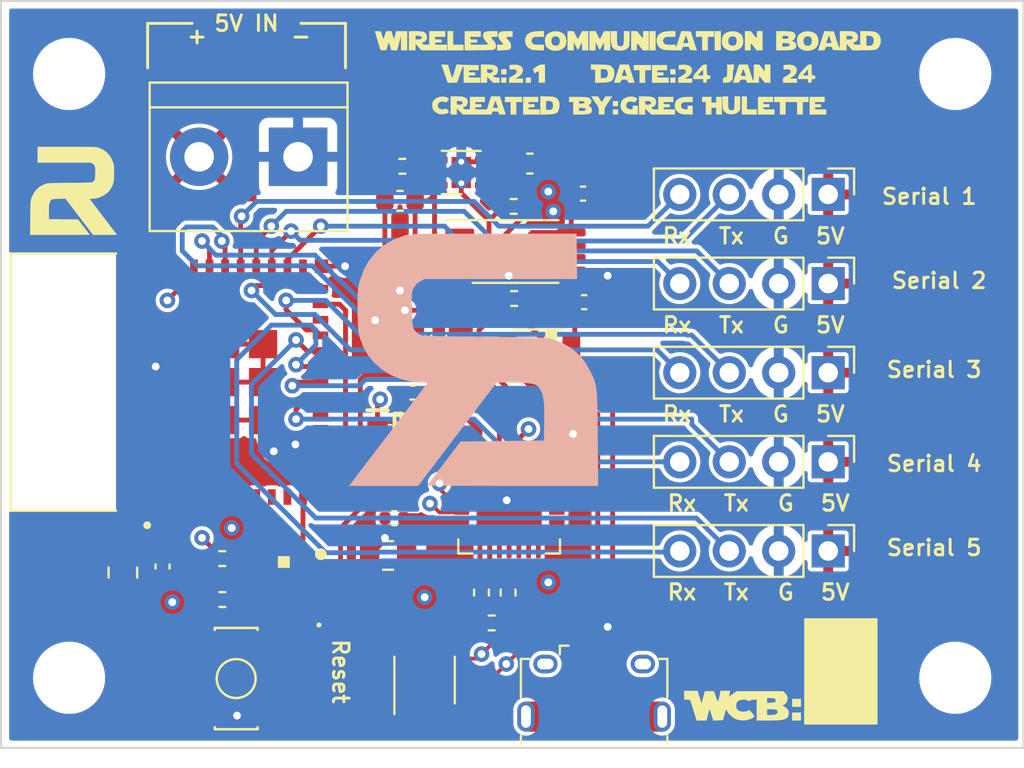
<source format=kicad_pcb>
(kicad_pcb (version 20211014) (generator pcbnew)
  (title_block (title "R2 Droid Gateway") (date "2023-07-06") (rev "1.1") (company "Created by: Greg Hulette") (comment 1 "- Creates WiFi Network for Remote Web Access") (comment 2 "- WiFi to LoRa Bridge") (comment 3 "- Buttons for Master Relay"))
  (layers (0 "F.Cu" signal) (1 "In1.Cu" signal) (2 "In2.Cu" signal) (31 "B.Cu" signal) (34 "B.Paste" user) (35 "F.Paste" user) (36 "B.SilkS" user "B.Silkscreen") (37 "F.SilkS" user "F.Silkscreen") (38 "B.Mask" user) (39 "F.Mask" user) (44 "Edge.Cuts" user))
  (net 0 "")
  (net 1 "+3V3")
  (net 2 "GND")
  (net 3 "RESET")
  (net 4 "Net-(C6-Pad2)")
  (net 5 "VBUS")
  (net 6 "+5V")
  (net 7 "Net-(D1-PadA)")
  (net 8 "USB_DP")
  (net 9 "USB_DN")
  (net 11 "unconnected-(J1-Pad6)")
  (net 13 "Net-(L2-Pad3)")
  (net 14 "DTR")
  (net 15 "RTS")
  (net 16 "GPIO0")
  (net 17 "Net-(R2-Pad1)")
  (net 18 "RXD0")
  (net 19 "Net-(R3-Pad1)")
  (net 20 "TXD0")
  (net 21 "Net-(R4-Pad2)")
  (net 22 "Net-(R6-Pad1)")
  (net 23 "Net-(R9-Pad1)")
  (net 25 "STATUS_LED_DATA")
  (net 56 "TX_HEADER")
  (net 59 "RX4")
  (net 60 "TX4")
  (net 61 "RX5")
  (net 62 "TX5")
  (net 63 "TX3")
  (net 64 "RX3")
  (net 65 "TX2")
  (net 66 "RX2")
  (net 67 "TX1")
  (net 68 "RX1")
  (footprint "Connector_PinHeader_2.54mm:PinHeader_1x04_P2.54mm_Vertical" (layer "F.Cu") (at 147.974 102.259 -90)
    (fp_text reference "J4")
    (fp_text value "Conn_01x04" hide)
  )
  (footprint "Resistor_SMD:R_0402_1005Metric" (layer "F.Cu") (at 130.692 119.684 180)
    (fp_text reference "R4")
    (fp_text value "22.1K" hide)
  )
  (footprint "Custom:SOT65P230X110-6N" (layer "F.Cu") (at 125.883 109.986)
    (fp_text reference "Q2")
    (fp_text value "UMH3N" hide)
  )
  (footprint "Capacitor_SMD:C_0402_1005Metric" (layer "F.Cu") (at 126.634 107.858)
    (fp_text reference "C3")
    (fp_text value ".1uF" hide)
  )
  (footprint "Resistor_SMD:R_0402_1005Metric" (layer "F.Cu") (at 131.538 118.124 -90)
    (fp_text reference "R6")
    (fp_text value "1K" hide)
  )
  (footprint "Package_SO:TSSOP-8_4.4x3mm_P0.65mm" (layer "F.Cu") (at 131.92 100.614)
    (fp_text reference "U4")
    (fp_text value "TPS2115APW" hide)
  )
  (footprint "Capacitor_SMD:C_0805_2012Metric" (layer "F.Cu") (at 125.63 101.252)
    (fp_text reference "C8")
    (fp_text value "10uF" hide)
  )
  (footprint "TerminalBlock:TerminalBlock_bornier-2_P5.08mm" (layer "F.Cu") (at 120.754 95.752 180)
    (fp_text reference "J2")
    (fp_text value "Power In" hide)
  )
  (footprint "MountingHole:MountingHole_3.2mm_M3" (layer "F.Cu") (at 109 91.5)
    (fp_text reference "REF**" hide)
    (fp_text value "MountingHole_3.2mm_M3" hide)
  )
  (footprint "Resistor_SMD:R_0402_1005Metric" (layer "F.Cu") (at 130.172 118.124 -90)
    (fp_text reference "R5")
    (fp_text value "47.5K" hide)
  )
  (footprint "Capacitor_SMD:C_0805_2012Metric" (layer "F.Cu") (at 125.378 116.22 180)
    (fp_text reference "C4")
    (fp_text value "4.7uF" hide)
  )
  (footprint "Resistor_SMD:R_0402_1005Metric" (layer "F.Cu") (at 126.908 105.116 90)
    (fp_text reference "R2")
    (fp_text value "1K" hide)
  )
  (footprint "Resistor_SMD:R_0402_1005Metric" (layer "F.Cu") (at 116.86 116.382 180)
    (fp_text reference "R16")
    (fp_text value "470" hide)
  )
  (footprint "MountingHole:MountingHole_3.2mm_M3" (layer "F.Cu") (at 154.5 122.5)
    (fp_text reference "REF**" hide)
    (fp_text value "MountingHole_3.2mm_M3" hide)
  )
  (footprint "Custom:MODULE_ESP32-PICO-MINI-02" (layer "F.Cu") (at 117.007 107.32 90)
    (fp_text reference "U1")
    (fp_text value "ESP32-PICO-MINI-02" hide)
  )
  (footprint "Connector_PinHeader_2.54mm:PinHeader_1x04_P2.54mm_Vertical" (layer "F.Cu") (at 147.974 106.836 -90)
    (fp_text reference "J5")
    (fp_text value "Conn_01x04" hide)
  )
  (footprint "Capacitor_SMD:C_0402_1005Metric" (layer "F.Cu") (at 135.444 103.216)
    (fp_text reference "C12")
    (fp_text value ".1uF" hide)
  )
  (footprint "Connector_PinHeader_2.54mm:PinHeader_1x04_P2.54mm_Vertical" (layer "F.Cu") (at 147.974 115.99 -90)
    (fp_text reference "J7")
    (fp_text value "Conn_01x04" hide)
  )
  (footprint "MountingHole:MountingHole_3.2mm_M3" (layer "F.Cu") (at 109 122.5)
    (fp_text reference "REF**" hide)
    (fp_text value "MountingHole_3.2mm_M3" hide)
  )
  (footprint "Capacitor_SMD:C_0603_1608Metric" (layer "F.Cu") (at 125.988 98.012)
    (fp_text reference "C6")
    (fp_text value "1uF" hide)
  )
  (footprint "Resistor_SMD:R_0402_1005Metric" (layer "F.Cu") (at 131.85 103.028)
    (fp_text reference "R9")
    (fp_text value "402" hide)
  )
  (footprint "Connector_PinHeader_2.54mm:PinHeader_1x04_P2.54mm_Vertical" (layer "F.Cu") (at 147.974 111.413 -90)
    (fp_text reference "J6")
    (fp_text value "Conn_01x04" hide)
  )
  (footprint "Capacitor_SMD:C_0402_1005Metric" (layer "F.Cu") (at 113.796 116.79 -90)
    (fp_text reference "C2")
    (fp_text value ".1uF" hide)
  )
  (footprint "Resistor_SMD:R_0402_1005Metric" (layer "F.Cu") (at 127.978 105.088 90)
    (fp_text reference "R3")
    (fp_text value "1K" hide)
  )
  (footprint "Capacitor_SMD:C_0805_2012Metric" (layer "F.Cu") (at 111.76 117.094 -90)
    (fp_text reference "C1")
    (fp_text value "10uF" hide)
  )
  (footprint "Connector_USB:USB_Micro-B_Amphenol_10118194_Horizontal" (layer "F.Cu") (at 135.956 123.194)
    (fp_text reference "J1")
    (fp_text value "USB_B_Micro" hide)
  )
  (footprint "Custom:WS2812B-2020" (layer "F.Cu") (at 120.022 117.157)
    (fp_text reference "L2")
    (fp_text value "WS2812B-2020" hide)
  )
  (footprint "MountingHole:MountingHole_3.2mm_M3" (layer "F.Cu") (at 154.5 91.5)
    (fp_text reference "REF**" hide)
    (fp_text value "MountingHole_3.2mm_M3" hide)
  )
  (footprint "Capacitor_SMD:C_0402_1005Metric" (layer "F.Cu") (at 135.386 97.642)
    (fp_text reference "C9")
    (fp_text value ".1uF" hide)
  )
  (footprint "Capacitor_SMD:C_0402_1005Metric" (layer "F.Cu") (at 125.696 114.304 180)
    (fp_text reference "C5")
    (fp_text value ".1uF" hide)
  )
  (footprint "Package_DFN_QFN:QFN-28-1EP_5x5mm_P0.5mm_EP3.35x3.35mm" (layer "F.Cu") (at 131.592 113.51)
    (fp_text reference "U2")
    (fp_text value "CP2102N-A02-GQFN28" hide)
  )
  (footprint "Connector_PinHeader_2.54mm:PinHeader_1x04_P2.54mm_Vertical" (layer "F.Cu") (at 147.974 97.682 -90)
    (fp_text reference "J3")
    (fp_text value "Conn_01x04" hide)
  )
  (footprint "Package_TO_SOT_SMD:SOT-143" (layer "F.Cu") (at 127.25 122.618 90)
    (fp_text reference "D2")
    (fp_text value "SP0503BAHTG" hide)
  )
  (footprint "Capacitor_SMD:C_0603_1608Metric" (layer "F.Cu") (at 132.654 96.098 180)
    (fp_text reference "C7")
    (fp_text value "1uF" hide)
  )
  (footprint "Custom:SOD3716X135N" (layer "F.Cu") (at 133.1485 105.4145 180)
    (fp_text reference "D1")
    (fp_text value "B5819W-TP" hide)
  )
  (footprint "Logos:WCBv2.1Logo" (layer "F.Cu") (at 137.668 91.44)
    (fp_text reference "G***" hide)
    (fp_text value "LOGO" hide)
  )
  (footprint "Logos:WCBNumberv2" (layer "F.Cu") (at 145.542 122.174)
    (fp_text reference "G***" hide)
    (fp_text value "LOGO" hide)
  )
  (footprint "Resistor_SMD:R_0402_1005Metric" (layer "F.Cu") (at 131.826 98.298)
    (fp_text reference "R7")
    (fp_text value "10K" hide)
  )
  (footprint "Package_SON:WSON-6-1EP_2x2mm_P0.65mm_EP1x1.6mm_ThermalVias" (layer "F.Cu") (at 129.134 96.558 180)
    (fp_text reference "U3")
    (fp_text value "LP5912-3.3DRV" hide)
  )
  (footprint "Resistor_SMD:R_0402_1005Metric" (layer "F.Cu") (at 126.108 96.238 180)
    (fp_text reference "R10")
    (fp_text value "402" hide)
  )
  (footprint "Resistor_SMD:R_0402_1005Metric" (layer "F.Cu") (at 116.866 118.484)
    (fp_text reference "R1")
    (fp_text value "10K" hide)
  )
  (footprint "Logos:R2_Logo_V2" (layer "F.Cu") (at 109.22 97.854871)
    (fp_text reference "G***" hide)
    (fp_text value "LOGO" hide)
  )
  (footprint "Custom:SW_TL3342F160QG" (layer "F.Cu") (at 117.5765 122.5425 180)
    (fp_text reference "S1")
    (fp_text value "TL3342F160QG" hide)
  )
  (footprint "Logos:r2logoLarge" (layer "B.Cu") (at 129.794 107.188 180)
    (fp_text reference "G***" hide)
    (fp_text value "LOGO" hide)
  )
  (gr_line (start 113.03 88.9) (end 115.316 88.9) (layer "F.SilkS") (width 0.15))
  (gr_line (start 113.03 91.186) (end 113.03 88.9) (layer "F.SilkS") (width 0.15))
  (gr_line (start 123.19 88.9) (end 123.19 91.186) (layer "F.SilkS") (width 0.15))
  (gr_line (start 120.904 88.9) (end 123.19 88.9) (layer "F.SilkS") (width 0.15))
  (gr_line (start 105.5 87.75) (end 158 87.75) (layer "Edge.Cuts") (width 0.1))
  (gr_line (start 158 126.1) (end 105.5 126.1) (layer "Edge.Cuts") (width 0.1))
  (gr_line (start 105.5 126.1) (end 105.5 87.75) (layer "Edge.Cuts") (width 0.1))
  (gr_line (start 158 87.75) (end 158 126.1) (layer "Edge.Cuts") (width 0.1))
  (gr_text "5V" (at 148.082 108.966) (layer "F.SilkS") (effects (font (size 0.8 0.8))))
  (gr_text "5V" (at 148.082 104.394) (layer "F.SilkS") (effects (font (size 0.8 0.8))))
  (gr_text "Rx" (at 140.208 108.966) (layer "F.SilkS") (effects (font (size 0.8 0.8))))
  (gr_text "5V IN" (at 118.11 88.9) (layer "F.SilkS") (effects (font (size 0.8 0.8))))
  (gr_text "Serial 4" (at 153.416 111.506) (layer "F.SilkS") (effects (font (size 0.8 0.8))))
  (gr_text "Tx" (at 143.256 113.538) (layer "F.SilkS") (effects (font (size 0.8 0.8))))
  (gr_text "Tx" (at 143.002 108.966) (layer "F.SilkS") (effects (font (size 0.8 0.8))))
  (gr_text "Tx" (at 143.002 104.394) (layer "F.SilkS") (effects (font (size 0.8 0.8))))
  (gr_text "5V" (at 148.082 99.822) (layer "F.SilkS") (effects (font (size 0.8 0.8))))
  (gr_text "G" (at 145.542 104.394) (layer "F.SilkS") (effects (font (size 0.8 0.8))))
  (gr_text "+" (at 115.57 89.662 180) (layer "F.SilkS") (effects (font (size 0.8 0.8))))
  (gr_text "Serial 5" (at 153.416 115.824) (layer "F.SilkS") (effects (font (size 0.8 0.8))))
  (gr_text "Rx" (at 140.462 113.538) (layer "F.SilkS") (effects (font (size 0.8 0.8))))
  (gr_text "5V" (at 148.336 113.538) (layer "F.SilkS") (effects (font (size 0.8 0.8))))
  (gr_text "Serial 3" (at 153.416 106.68) (layer "F.SilkS") (effects (font (size 0.8 0.8))))
  (gr_text "5V" (at 148.336 118.11) (layer "F.SilkS") (effects (font (size 0.8 0.8))))
  (gr_text "Tx" (at 143.002 99.822) (layer "F.SilkS") (effects (font (size 0.8 0.8))))
  (gr_text "-" (at 120.904 89.662 180) (layer "F.SilkS") (effects (font (size 0.8 0.8))))
  (gr_text "Rx" (at 140.208 104.394) (layer "F.SilkS") (effects (font (size 0.8 0.8))))
  (gr_text "G" (at 145.542 108.966) (layer "F.SilkS") (effects (font (size 0.8 0.8))))
  (gr_text "Serial 2" (at 153.67 102.108) (layer "F.SilkS") (effects (font (size 0.8 0.8))))
  (gr_text "Tx" (at 143.256 118.11) (layer "F.SilkS") (effects (font (size 0.8 0.8))))
  (gr_text "G" (at 145.542 99.822) (layer "F.SilkS") (effects (font (size 0.8 0.8))))
  (gr_text "Rx" (at 140.462 118.11) (layer "F.SilkS") (effects (font (size 0.8 0.8))))
  (gr_text "G" (at 145.796 113.538) (layer "F.SilkS") (effects (font (size 0.8 0.8))))
  (gr_text "G" (at 145.796 118.11) (layer "F.SilkS") (effects (font (size 0.8 0.8))))
  (gr_text "Reset" (at 122.936 122.174 270) (layer "F.SilkS") (effects (font (size 0.8 0.8))))
  (gr_text "Rx" (at 140.208 99.822) (layer "F.SilkS") (effects (font (size 0.8 0.8))))
  (gr_text "Serial 1" (at 153.162 97.79) (layer "F.SilkS") (effects (font (size 0.8 0.8))))
  (segment (start 128.218 115.01) (end 127.718 114.51) (width 0.25) (layer "F.Cu") (net 1))
  (segment (start 129.142 114.51) (end 127.552 114.51) (width 0.25) (layer "F.Cu") (net 1))
  (segment (start 126.382 114.51) (end 126.176 114.304) (width 0.25) (layer "F.Cu") (net 1))
  (segment (start 127.552 114.51) (end 126.382 114.51) (width 0.25) (layer "F.Cu") (net 1))
  (segment (start 129.142 115.01) (end 128.218 115.01) (width 0.25) (layer "F.Cu") (net 1))
  (segment (start 127.718 114.51) (end 127.552 114.51) (width 0.25) (layer "F.Cu") (net 1))
  (via (at 117.348 114.808) (size 0.8) (drill 0.4) (layers "F.Cu" "B.Cu") (net 1))
  (via (at 134.874 109.982) (size 0.8) (drill 0.4) (layers "F.Cu" "B.Cu") (net 1))
  (via (at 133.604 117.602) (size 0.8) (drill 0.4) (layers "F.Cu" "B.Cu") (net 1))
  (via (at 127.254 118.364) (size 0.8) (drill 0.4) (layers "F.Cu" "B.Cu") (net 1))
  (via (at 133.604 97.536) (size 0.8) (drill 0.4) (layers "F.Cu" "B.Cu") (net 1))
  (via (at 125.984 102.616) (size 0.8) (drill 0.4) (layers "F.Cu" "B.Cu") (net 1))
  (via (at 114.3 118.618) (size 0.8) (drill 0.4) (layers "F.Cu" "B.Cu") (net 1))
  (via (at 133.858 98.552) (size 0.8) (drill 0.4) (layers "F.Cu" "B.Cu") (net 1))
  (segment (start 117.007 109.27) (end 115.057 109.27) (width 0.25) (layer "F.Cu") (net 2))
  (segment (start 129.9215 96.008) (end 130.0215 95.908) (width 0.25) (layer "F.Cu") (net 2))
  (segment (start 113.444 106.52) (end 114.257 106.52) (width 0.25) (layer "F.Cu") (net 2))
  (segment (start 128.46552 110.386192) (end 128.46552 109.20952) (width 0.25) (layer "F.Cu") (net 2))
  (segment (start 112.776 124.206) (end 113.0125 124.4425) (width 0.25) (layer "F.Cu") (net 2))
  (segment (start 131.4415 94.488) (end 130.0215 95.908) (width 0.25) (layer "F.Cu") (net 2))
  (segment (start 131.589328 113.51) (end 128.46552 110.386192) (width 0.25) (layer "F.Cu") (net 2))
  (segment (start 129.0575 100.289) (end 130.089 100.289) (width 0.25) (layer "F.Cu") (net 2))
  (segment (start 118.957 107.32) (end 117.007 107.32) (width 0.25) (layer "F.Cu") (net 2))
  (segment (start 121.007 113.22) (end 121.007 116.477) (width 0.25) (layer "F.Cu") (net 2))
  (segment (start 115.057 107.32) (end 115.057 105.37) (width 0.25) (layer "F.Cu") (net 2))
  (segment (start 125.213 100.719) (end 124.68 101.252) (width 0.25) (layer "F.Cu") (net 2))
  (segment (start 135.866 97.63507) (end 135.866 97.642) (width 0.25) (layer "F.Cu") (net 2))
  (segment (start 125.222 98.003) (end 125.222 96.614) (width 0.25) (layer "F.Cu") (net 2))
  (segment (start 130.556 99.822) (end 130.556 99.03) (width 0.25) (layer "F.Cu") (net 2))
  (segment (start 112.776 120.904) (end 112.776 124.206) (width 0.25) (layer "F.Cu") (net 2))
  (segment (start 129.134 96.008) (end 129.9215 96.008) (width 0.25) (layer "F.Cu") (net 2))
  (segment (start 132.36 103.028) (end 132.36 102.642) (width 0.25) (layer "F.Cu") (net 2))
  (segment (start 130.556 99.03) (end 129.134 97.608) (width 0.25) (layer "F.Cu") (net 2))
  (segment (start 112.057 113.27) (end 113.757 113.27) (width 0.25) (layer "F.Cu") (net 2))
  (segment (start 113.0125 124.4425) (end 114.4265 124.4425) (width 0.25) (layer "F.Cu") (net 2))
  (segment (start 119.507 110.871) (end 121.007 112.371) (width 0.25) (layer "F.Cu") (net 2))
  (segment (start 130.089 100.289) (end 130.556 99.822) (width 0.25) (layer "F.Cu") (net 2))
  (segment (start 121.957 113.27) (end 121.057 113.27) (width 0.25) (layer "F.Cu") (net 2))
  (segment (start 118.957 109.27) (end 118.957 110.321) (width 0.25) (layer "F.Cu") (net 2))
  (segment (start 128.584 96.558) (end 129.134 97.108) (width 0.25) (layer "F.Cu") (net 2))
  (segment (start 125.476 120.142) (end 124.968 120.65) (width 0.25) (layer "F.Cu") (net 2))
  (segment (start 121.057 113.27) (end 121.007 113.22) (width 0.25) (layer "F.Cu") (net 2))
  (segment (start 125.222 96.614) (end 125.598 96.238) (width 0.25) (layer "F.Cu") (net 2))
  (segment (start 125.216 114.304) (end 125.216 115.322) (width 0.25) (layer "F.Cu") (net 2))
  (segment (start 125.213 98.012) (end 125.222 98.003) (width 0.25) (layer "F.Cu") (net 2))
  (segment (start 131.288 98.298) (end 130.556 99.03) (width 0.25) (layer "F.Cu") (net 2))
  (segment (start 134.32893 96.098) (end 135.866 97.63507) (width 0.25) (layer "F.Cu") (net 2))
  (segment (start 133.429 96.098) (end 134.32893 96.098) (width 0.25) (layer "F.Cu") (net 2))
  (segment (start 131.092 113.01) (end 131.469 113.387) (width 0.25) (layer "F.Cu") (net 2))
  (segment (start 124.968 120.65) (end 124.968 122.682) (width 0.25) (layer "F.Cu") (net 2))
  (segment (start 135.924 103.216) (end 136.652 102.488) (width 0.25) (layer "F.Cu") (net 2))
  (segment (start 115.057 105.37) (end 118.957 105.37) (width 0.25) (layer "F.Cu") (net 2))
  (segment (start 123.166 101.37) (end 121.957 101.37) (width 0.25) (layer "F.Cu") (net 2))
  (segment (start 128.46552 109.20952) (end 127.114 107.858) (width 0.25) (layer "F.Cu") (net 2))
  (segment (start 114.257 106.52) (end 115.057 107.32) (width 0.25) (layer "F.Cu") (net 2))
  (segment (start 112.107 106.52) (end 113.444 106.52) (width 0.25) (layer "F.Cu") (net 2))
  (segment (start 133.429 95.075) (end 132.842 94.488) (width 0.25) (layer "F.Cu") (net 2))
  (segment (start 125.216 115.322) (end 125.216 115.432) (width 0.25) (layer "F.Cu") (net 2))
  (segment (start 125.216 115.432) (end 124.428 116.22) (width 0.25) (layer "F.Cu") (net 2))
  (segment (start 120.7265 124.4425) (end 125.7555 124.4425) (width 0.25) (layer "F.Cu") (net 2))
  (segment (start 136.652 102.488) (end 136.652 101.854) (width 0.25) (layer "F.Cu") (net 2))
  (segment (start 112.057 101.37) (end 112.057 113.27) (width 0.25) (layer "F.Cu") (net 2))
  (segment (start 128.524 120.142) (end 125.476 120.142) (width 0.25) (layer "F.Cu") (net 2))
  (segment (start 124.562 101.37) (end 123.166 101.37) (width 0.25) (layer "F.Cu") (net 2))
  (segment (start 113.757 113.27) (end 113.807 113.22) (width 0.25) (layer "F.Cu") (net 2))
  (segment (start 128.2465 96.558) (end 128.584 96.558) (width 0.25) (layer "F.Cu") (net 2))
  (segment (start 131.316 98.298) (end 131.288 98.298) (width 0.25) (layer "F.Cu") (net 2))
  (segment (start 118.957 110.321) (end 119.507 110.871) (width 0.25) (layer "F.Cu") (net 2))
  (segment (start 111.76 118.044) (end 111.76 119.888) (width 0.25) (layer "F.Cu") (net 2))
  (segment (start 129.134 97.608) (end 129.134 97.108) (width 0.25) (layer "F.Cu") (net 2))
  (segment (start 118.957 109.27) (end 117.007 109.27) (width 0.25) (layer "F.Cu") (net 2))
  (segment (start 125.7555 124.4425) (end 126.48 123.718) (width 0.25) (layer "F.Cu") (net 2))
  (segment (start 121.007 112.371) (end 121.007 113.22) (width 0.25) (layer "F.Cu") (net 2))
  (segment (start 132.842 94.488) (end 131.4415 94.488) (width 0.25) (layer "F.Cu") (net 2))
  (segment (start 115.057 109.27) (end 115.057 107.32) (width 0.25) (layer "F.Cu") (net 2))
  (segment (start 135.924 102.7305) (end 135.924 103.216) (width 0.25) (layer "F.Cu") (net 2))
  (segment (start 121.007 116.477) (end 121.037 116.507) (width 0.25) (layer "F.Cu") (net 2))
  (segment (start 120.207 110.52) (end 118.957 109.27) (width 0.25) (layer "F.Cu") (net 2))
  (segment (start 124.68 101.252) (end 124.562 101.37) (width 0.25) (layer "F.Cu") (net 2))
  (segment (start 121.907 110.52) (end 120.62 110.52) (width 0.25) (layer "F.Cu") (net 2))
  (segment (start 125.213 98.012) (end 125.213 100.719) (width 0.25) (layer "F.Cu") (net 2))
  (segment (start 112.534 117.27) (end 111.76 118.044) (width 0.25) (layer "F.Cu") (net 2))
  (segment (start 111.76 119.888) (end 112.776 120.904) (width 0.25) (layer "F.Cu") (net 2))
  (segment (start 126.004 123.718) (end 126.48 123.718) (width 0.25) (layer "F.Cu") (net 2))
  (segment (start 114.4265 124.4425) (end 117.6195 124.4425) (width 0.25) (layer "F.Cu") (net 2))
  (segment (start 120.62 110.52) (end 120.207 110.52) (width 0.25) (layer "F.Cu") (net 2))
  (segment (start 118.957 105.37) (end 118.957 107.32) (width 0.25) (layer "F.Cu") (net 2))
  (segment (start 132.36 102.642) (end 131.572 101.854) (width 0.25) (layer "F.Cu") (net 2))
  (segment (start 113.796 117.27) (end 112.534 117.27) (width 0.25) (layer "F.Cu") (net 2))
  (segment (start 131.592 113.51) (end 131.589328 113.51) (width 0.25) (layer "F.Cu") (net 2))
  (segment (start 117.6195 124.4425) (end 120.7265 124.4425) (width 0.25) (layer "F.Cu") (net 2))
  (segment (start 137.256 120.492) (end 136.652 119.888) (width 0.25) (layer "F.Cu") (net 2))
  (segment (start 133.429 96.098) (end 133.429 95.075) (width 0.25) (layer "F.Cu") (net 2))
  (segment (start 130.172 118.634) (end 130.032 118.634) (width 0.25) (layer "F.Cu") (net 2))
  (segment (start 130.032 118.634) (end 128.524 120.142) (width 0.25) (layer "F.Cu") (net 2))
  (segment (start 124.968 122.682) (end 126.004 123.718) (width 0.25) (layer "F.Cu") (net 2))
  (segment (start 137.256 121.794) (end 137.256 120.492) (width 0.25) (layer "F.Cu") (net 2))
  (segment (start 131.469 113.387) (end 131.592 113.51) (width 0.25) (layer "F.Cu") (net 2))
  (segment (start 129.142 113.01) (end 131.092 113.01) (width 0.25) (layer "F.Cu") (net 2))
  (segment (start 134.7825 101.589) (end 135.924 102.7305) (width 0.25) (layer "F.Cu") (net 2))
  (via (at 120.62 110.52) (size 0.8) (drill 0.4) (layers "F.Cu" "B.Cu") (net 2))
  (via (at 136.652 101.854) (size 0.8) (drill 0.4) (layers "F.Cu" "B.Cu") (net 2))
  (via (at 113.444 106.52) (size 0.8) (drill 0.4) (layers "F.Cu" "B.Cu") (net 2))
  (via (at 119.507 110.871) (size 0.8) (drill 0.4) (layers "F.Cu" "B.Cu") (net 2))
  (via (at 131.469 113.387) (size 0.8) (drill 0.4) (layers "F.Cu" "B.Cu") (net 2))
  (via (at 123.166 101.37) (size 0.8) (drill 0.4) (layers "F.Cu" "B.Cu") (net 2))
  (via (at 125.216 115.322) (size 0.8) (drill 0.4) (layers "F.Cu" "B.Cu") (net 2))
  (via (at 117.6195 124.4425) (size 0.8) (drill 0.4) (layers "F.Cu" "B.Cu") (net 2))
  (via (at 131.572 101.854) (size 0.8) (drill 0.4) (layers "F.Cu" "B.Cu") (net 2))
  (via (at 136.652 119.888) (size 0.8) (drill 0.4) (layers "F.Cu" "B.Cu") (net 2))
  (segment (start 117.376 118.484) (end 117.764 118.872) (width 0.25) (layer "F.Cu") (net 3))
  (segment (start 120.7265 120.6425) (end 119.5345 120.6425) (width 0.25) (layer "F.Cu") (net 3))
  (segment (start 114.4265 120.6425) (end 115.2175 120.6425) (width 0.25) (layer "F.Cu") (net 3))
  (segment (start 119.831511 118.674489) (end 119.831511 115.259511) (width 0.25) (layer "F.Cu") (net 3))
  (segment (start 126.954022 113.03) (end 127.291489 112.692533) (width 0.25) (layer "F.Cu") (net 3))
  (segment (start 127.291489 112.692533) (end 127.291489 111.976511) (width 0.25) (layer "F.Cu") (net 3))
  (segment (start 121.863511 118.674489) (end 122.936 117.602) (width 0.25) (layer "F.Cu") (net 3))
  (segment (start 117.764 118.872) (end 119.634 118.872) (width 0.25) (layer "F.Cu") (net 3))
  (segment (start 127.291489 111.976511) (end 128.016 111.252) (width 0.25) (layer "F.Cu") (net 3))
  (segment (start 128.016 109.669978) (end 127.682022 109.336) (width 0.25) (layer "F.Cu") (net 3))
  (segment (start 118.607 114.035) (end 118.607 113.22) (width 0.25) (layer "F.Cu") (net 3))
  (segment (start 126.154 107.858) (end 126.154 108.557) (width 0.25) (layer "F.Cu") (net 3))
  (segment (start 124.714 113.03) (end 126.954022 113.03) (width 0.25) (layer "F.Cu") (net 3))
  (segment (start 126.154 108.557) (end 126.933 109.336) (width 0.25) (layer "F.Cu") (net 3))
  (segment (start 119.5345 120.6425) (end 117.376 118.484) (width 0.25) (layer "F.Cu") (net 3))
  (segment (start 119.634 118.872) (end 119.831511 118.674489) (width 0.25) (layer "F.Cu") (net 3))
  (segment (start 128.016 111.252) (end 128.016 109.669978) (width 0.25) (layer "F.Cu") (net 3))
  (segment (start 122.936 114.808) (end 124.714 113.03) (width 0.25) (layer "F.Cu") (net 3))
  (segment (start 119.831511 115.259511) (end 118.607 114.035) (width 0.25) (layer "F.Cu") (net 3))
  (segment (start 122.936 117.602) (end 122.936 114.808) (width 0.25) (layer "F.Cu") (net 3))
  (segment (start 115.2175 120.6425) (end 117.376 118.484) (width 0.25) (layer "F.Cu") (net 3))
  (segment (start 127.682022 109.336) (end 126.933 109.336) (width 0.25) (layer "F.Cu") (net 3))
  (segment (start 119.831511 118.674489) (end 121.863511 118.674489) (width 0.25) (layer "F.Cu") (net 3))
  (segment (start 132.588 101.092) (end 133.391 100.289) (width 0.25) (layer "F.Cu") (net 4))
  (segment (start 128.2465 97.208) (end 127.942 97.208) (width 0.25) (layer "F.Cu") (net 4))
  (segment (start 127.942 97.208) (end 127.508 96.774) (width 0.25) (layer "F.Cu") (net 4))
  (segment (start 127.508 96.774) (end 127.508 96.504977) (width 0.25) (layer "F.Cu") (net 4))
  (segment (start 127.762 102.108) (end 129.286 103.632) (width 0.25) (layer "F.Cu") (net 4))
  (segment (start 131.228141 103.886) (end 132.471859 103.886) (width 0.25) (layer "F.Cu") (net 4))
  (segment (start 126.763 98.012) (end 127.4425 98.012) (width 0.25) (layer "F.Cu") (net 4))
  (segment (start 126.948 95.908) (end 128.2465 95.908) (width 0.25) (layer "F.Cu") (net 4))
  (segment (start 132.471859 103.886) (end 132.95452 103.403339) (width 0.25) (layer "F.Cu") (net 4))
  (segment (start 132.95452 102.600802) (end 132.588 102.234282) (width 0.25) (layer "F.Cu") (net 4))
  (segment (start 129.286 103.632) (end 130.974141 103.632) (width 0.25) (layer "F.Cu") (net 4))
  (segment (start 127.762 97.6925) (end 127.762 102.108) (width 0.25) (layer "F.Cu") (net 4))
  (segment (start 126.763 98.012) (end 126.763 101.069) (width 0.25) (layer "F.Cu") (net 4))
  (segment (start 128.2465 97.208) (end 127.762 97.6925) (width 0.25) (layer "F.Cu") (net 4))
  (segment (start 127.508 96.504977) (end 128.104977 95.908) (width 0.25) (layer "F.Cu") (net 4))
  (segment (start 127.4425 98.012) (end 128.2465 97.208) (width 0.25) (layer "F.Cu") (net 4))
  (segment (start 132.95452 103.403339) (end 132.95452 102.600802) (width 0.25) (layer "F.Cu") (net 4))
  (segment (start 126.618 96.238) (end 126.948 95.908) (width 0.25) (layer "F.Cu") (net 4))
  (segment (start 132.588 102.234282) (end 132.588 101.092) (width 0.25) (layer "F.Cu") (net 4))
  (segment (start 126.763 101.069) (end 126.58 101.252) (width 0.25) (layer "F.Cu") (net 4))
  (segment (start 128.104977 95.908) (end 128.2465 95.908) (width 0.25) (layer "F.Cu") (net 4))
  (segment (start 130.974141 103.632) (end 131.228141 103.886) (width 0.25) (layer "F.Cu") (net 4))
  (segment (start 133.391 100.289) (end 134.7825 100.289) (width 0.25) (layer "F.Cu") (net 4))
  (segment (start 134.964 105.2373) (end 134.7868 105.4145) (width 0.25) (layer "F.Cu") (net 5))
  (segment (start 131.202 119.684) (end 134.824 119.684) (width 0.25) (layer "F.Cu") (net 5))
  (segment (start 130.048 106.172) (end 130.048 104.648) (width 0.25) (layer "F.Cu") (net 5))
  (segment (start 132.08 108.204) (end 130.048 106.172) (width 0.25) (layer "F.Cu") (net 5))
  (segment (start 136.144 118.364) (end 136.144 108.966) (width 0.25) (layer "F.Cu") (net 5))
  (segment (start 136.144 108.966) (end 135.382 108.204) (width 0.25) (layer "F.Cu") (net 5))
  (segment (start 133.35 101.602) (end 134.964 103.216) (width 0.25) (layer "F.Cu") (net 5))
  (segment (start 135.382 108.204) (end 132.08 108.204) (width 0.25) (layer "F.Cu") (net 5))
  (segment (start 130.048 104.648) (end 130.302 104.394) (width 0.25) (layer "F.Cu") (net 5))
  (segment (start 133.35 101.092) (end 133.35 101.602) (width 0.25) (layer "F.Cu") (net 5))
  (segment (start 133.503 100.939) (end 133.35 101.092) (width 0.25) (layer "F.Cu") (net 5))
  (segment (start 134.824 119.684) (end 136.144 118.364) (width 0.25) (layer "F.Cu") (net 5))
  (segment (start 133.6085 105.4145) (end 134.7868 105.4145) (width 0.25) (layer "F.Cu") (net 5))
  (segment (start 132.588 104.394) (end 133.6085 105.4145) (width 0.25) (layer "F.Cu") (net 5))
  (segment (start 134.7825 100.939) (end 133.503 100.939) (width 0.25) (layer "F.Cu") (net 5))
  (segment (start 130.302 104.394) (end 132.588 104.394) (width 0.25) (layer "F.Cu") (net 5))
  (segment (start 134.964 103.216) (end 134.964 105.2373) (width 0.25) (layer "F.Cu") (net 5))
  (segment (start 132.771 99.639) (end 131.471 100.939) (width 0.25) (layer "F.Cu") (net 6))
  (segment (start 134.7825 99.639) (end 132.771 99.639) (width 0.25) (layer "F.Cu") (net 6))
  (segment (start 136.398 98.298) (end 135.55507 98.298) (width 0.25) (layer "F.Cu") (net 6))
  (segment (start 136.906 97.79) (end 136.398 98.298) (width 0.25) (layer "F.Cu") (net 6))
  (segment (start 130.201 100.939) (end 129.0575 100.939) (width 0.25) (layer "F.Cu") (net 6))
  (segment (start 132.336 98.298) (end 132.336 98.804) (width 0.25) (layer "F.Cu") (net 6))
  (segment (start 134.7825 97.7655) (end 134.906 97.642) (width 0.25) (layer "F.Cu") (net 6))
  (segment (start 136.906 93.218) (end 136.906 97.79) (width 0.25) (layer "F.Cu") (net 6))
  (segment (start 131.471 100.939) (end 130.201 100.939) (width 0.25) (layer "F.Cu") (net 6))
  (segment (start 132.336 98.804) (end 130.201 100.939) (width 0.25) (layer "F.Cu") (net 6))
  (segment (start 134.906 97.642) (end 134.906 97.64893) (width 0.25) (layer "F.Cu") (net 6))
  (segment (start 134.7825 99.639) (end 134.7825 97.7655) (width 0.25) (layer "F.Cu") (net 6))
  (segment (start 135.55507 98.298) (end 134.906 97.64893) (width 0.25) (layer "F.Cu") (net 6))
  (segment (start 136.906 107.95) (end 136.398 107.442) (width 0.25) (layer "F.Cu") (net 7))
  (segment (start 139.446 122.936) (end 139.446 120.904) (width 0.25) (layer "F.Cu") (net 7))
  (segment (start 136.398 107.442) (end 132.588 107.442) (width 0.25) (layer "F.Cu") (net 7))
  (segment (start 132.588 107.442) (end 131.5102 106.3642) (width 0.25) (layer "F.Cu") (net 7))
  (segment (start 128.523511 123.394489) (end 133.399511 123.394489) (width 0.25) (layer "F.Cu") (net 7))
  (segment (start 133.399511 123.394489) (end 134.656 122.138) (width 0.25) (layer "F.Cu") (net 7))
  (segment (start 134.873 122.936) (end 139.446 122.936) (width 0.25) (layer "F.Cu") (net 7))
  (segment (start 134.656 122.138) (end 134.656 121.794) (width 0.25) (layer "F.Cu") (net 7))
  (segment (start 136.906 118.364) (end 136.906 107.95) (width 0.25) (layer "F.Cu") (net 7))
  (segment (start 139.446 120.904) (end 136.906 118.364) (width 0.25) (layer "F.Cu") (net 7))
  (segment (start 128.2 123.718) (end 128.523511 123.394489) (width 0.25) (layer "F.Cu") (net 7))
  (segment (start 134.656 121.794) (end 134.656 122.719) (width 0.25) (layer "F.Cu") (net 7))
  (segment (start 131.5102 106.3642) (end 131.5102 105.4145) (width 0.25) (layer "F.Cu") (net 7))
  (segment (start 134.656 122.719) (end 134.873 122.936) (width 0.25) (layer "F.Cu") (net 7))
  (segment (start 129.06652 113.43452) (end 128.654547 113.43452) (width 0.2) (layer "F.Cu") (net 8))
  (segment (start 128.654547 113.43452) (end 128.016 112.795973) (width 0.2) (layer "F.Cu") (net 8))
  (segment (start 130.95552 120.50448) (end 130.175 121.285) (width 0.2) (layer "F.Cu") (net 8))
  (segment (start 135.179 120.142) (end 132.588 120.142) (width 0.2) (layer "F.Cu") (net 8))
  (segment (start 129.942 121.518) (end 128.2 121.518) (width 0.2) (layer "F.Cu") (net 8))
  (segment (start 132.588 120.142) (end 132.22552 120.50448) (width 0.2) (layer "F.Cu") (net 8))
  (segment (start 135.956 121.794) (end 135.956 120.919) (width 0.2) (layer "F.Cu") (net 8))
  (segment (start 130.175 121.285) (end 129.942 121.518) (width 0.2) (layer "F.Cu") (net 8))
  (segment (start 135.956 120.919) (end 135.179 120.142) (width 0.2) (layer "F.Cu") (net 8))
  (segment (start 128.016 112.795973) (end 128.016 112.522) (width 0.2) (layer "F.Cu") (net 8))
  (segment (start 132.22552 120.50448) (end 130.95552 120.50448) (width 0.2) (layer "F.Cu") (net 8))
  (segment (start 129.142 113.51) (end 129.06652 113.43452) (width 0.2) (layer "F.Cu") (net 8))
  (via (at 130.175 121.285) (size 0.8) (drill 0.4) (layers "F.Cu" "B.Cu") (net 8))
  (via (at 128.016 112.522) (size 0.8) (drill 0.4) (layers "F.Cu" "B.Cu") (net 8))
  (segment (start 131.445 121.793) (end 130.720489 122.517511) (width 0.2) (layer "F.Cu") (net 9))
  (segment (start 127.299511 122.517511) (end 126.3 121.518) (width 0.2) (layer "F.Cu") (net 9))
  (segment (start 132.334 120.904) (end 131.445 121.793) (width 0.2) (layer "F.Cu") (net 9))
  (segment (start 135.206489 120.819489) (end 134.241 120.819489) (width 0.2) (layer "F.Cu") (net 9))
  (segment (start 135.306 121.794) (end 135.306 120.919) (width 0.2) (layer "F.Cu") (net 9))
  (segment (start 130.720489 122.517511) (end 127.299511 122.517511) (width 0.2) (layer "F.Cu") (net 9))
  (segment (start 135.306 120.919) (end 135.206489 120.819489) (width 0.2) (layer "F.Cu") (net 9))
  (segment (start 127.544 113.538) (end 127.526 113.556) (width 0.2) (layer "F.Cu") (net 9))
  (segment (start 134.241 120.819489) (end 134.156489 120.904) (width 0.2) (layer "F.Cu") (net 9))
  (segment (start 134.156489 120.904) (end 132.334 120.904) (width 0.2) (layer "F.Cu") (net 9))
  (segment (start 128.016 114.01) (end 127.544 113.538) (width 0.2) (layer "F.Cu") (net 9))
  (segment (start 129.142 114.01) (end 128.016 114.01) (width 0.2) (layer "F.Cu") (net 9))
  (via (at 127.526 113.556) (size 0.8) (drill 0.4) (layers "F.Cu" "B.Cu") (net 9))
  (via (at 131.445 121.793) (size 0.8) (drill 0.4) (layers "F.Cu" "B.Cu") (net 9))
  (segment (start 132.456 124.494) (end 139.456 124.494) (width 0.25) (layer "F.Cu") (net 11))
  (segment (start 119.007 116.507) (end 117.495 116.507) (width 0.25) (layer "F.Cu") (net 13))
  (segment (start 117.495 116.507) (end 117.37 116.382) (width 0.25) (layer "F.Cu") (net 13))
  (segment (start 130.092 111.06) (end 130.092 109.86907) (width 0.25) (layer "F.Cu") (net 14))
  (segment (start 123.952 109.982) (end 123.952 107.188) (width 0.25) (layer "F.Cu") (net 14))
  (segment (start 124.833 109.986) (end 123.956 109.986) (width 0.25) (layer "F.Cu") (net 14))
  (segment (start 130.092 109.86907) (end 127.15693 106.934) (width 0.25) (layer "F.Cu") (net 14))
  (segment (start 123.956 109.986) (end 123.952 109.982) (width 0.25) (layer "F.Cu") (net 14))
  (segment (start 127.15693 106.934) (end 124.206 106.934) (width 0.25) (layer "F.Cu") (net 14))
  (segment (start 126.256282 110.636) (end 125.606282 109.986) (width 0.25) (layer "F.Cu") (net 14))
  (segment (start 125.606282 109.986) (end 124.833 109.986) (width 0.25) (layer "F.Cu") (net 14))
  (segment (start 123.952 107.188) (end 124.206 106.934) (width 0.25) (layer "F.Cu") (net 14))
  (segment (start 126.933 110.636) (end 126.256282 110.636) (width 0.25) (layer "F.Cu") (net 14))
  (segment (start 125.592 109.336) (end 126.242 109.986) (width 0.25) (layer "F.Cu") (net 15))
  (segment (start 132.092 111.06) (end 132.092 110.224) (width 0.25) (layer "F.Cu") (net 15))
  (segment (start 124.833 109.336) (end 124.833 108.339) (width 0.25) (layer "F.Cu") (net 15))
  (segment (start 132.092 110.224) (end 132.588 109.728) (width 0.25) (layer "F.Cu") (net 15))
  (segment (start 124.833 108.339) (end 124.968 108.204) (width 0.25) (layer "F.Cu") (net 15))
  (segment (start 126.242 109.986) (end 126.933 109.986) (width 0.25) (layer "F.Cu") (net 15))
  (segment (start 124.833 109.336) (end 125.592 109.336) (width 0.25) (layer "F.Cu") (net 15))
  (via (at 124.968 108.204) (size 0.8) (drill 0.4) (layers "F.Cu" "B.Cu") (net 15))
  (via (at 132.588 109.728) (size 0.8) (drill 0.4) (layers "F.Cu" "B.Cu") (net 15))
  (segment (start 122.878 103.32) (end 121.907 103.32) (width 0.25) (layer "F.Cu") (net 16))
  (segment (start 123.19 103.632) (end 122.878 103.32) (width 0.25) (layer "F.Cu") (net 16))
  (segment (start 123.19 110.250022) (end 123.19 103.632) (width 0.25) (layer "F.Cu") (net 16))
  (segment (start 123.575978 110.636) (end 123.19 110.250022) (width 0.25) (layer "F.Cu") (net 16))
  (segment (start 124.833 110.636) (end 123.575978 110.636) (width 0.25) (layer "F.Cu") (net 16))
  (segment (start 131.092 111.06) (end 131.092 109.81) (width 0.25) (layer "F.Cu") (net 17))
  (segment (start 131.092 109.81) (end 126.908 105.626) (width 0.25) (layer "F.Cu") (net 17))
  (segment (start 117.007 101.42) (end 117.007 100.243) (width 0.25) (layer "F.Cu") (net 18))
  (segment (start 125.18 104.606) (end 124.714 104.14) (width 0.25) (layer "F.Cu") (net 18))
  (segment (start 126.908 104.606) (end 125.18 104.606) (width 0.25) (layer "F.Cu") (net 18))
  (segment (start 117.007 100.243) (end 116.84 100.076) (width 0.25) (layer "F.Cu") (net 18))
  (via (at 124.714 104.14) (size 0.8) (drill 0.4) (layers "F.Cu" "B.Cu") (net 18))
  (via (at 116.84 100.076) (size 0.8) (drill 0.4) (layers "F.Cu" "B.Cu") (net 18))
  (segment (start 115.57 101.346) (end 114.808 100.584) (width 0.25) (layer "B.Cu") (net 18))
  (segment (start 114.808 99.568) (end 115.024511 99.351489) (width 0.25) (layer "B.Cu") (net 18))
  (segment (start 116.84 99.822) (end 116.84 100.076) (width 0.25) (layer "B.Cu") (net 18))
  (segment (start 121.481669 101.346) (end 115.57 101.346) (width 0.25) (layer "B.Cu") (net 18))
  (segment (start 124.000678 103.865009) (end 121.481669 101.346) (width 0.25) (layer "B.Cu") (net 18))
  (segment (start 115.024511 99.351489) (end 116.369489 99.351489) (width 0.25) (layer "B.Cu") (net 18))
  (segment (start 116.369489 99.351489) (end 116.84 99.822) (width 0.25) (layer "B.Cu") (net 18))
  (segment (start 124.439009 103.865009) (end 124.000678 103.865009) (width 0.25) (layer "B.Cu") (net 18))
  (segment (start 114.808 100.584) (end 114.808 99.568) (width 0.25) (layer "B.Cu") (net 18))
  (segment (start 124.714 104.14) (end 124.439009 103.865009) (width 0.25) (layer "B.Cu") (net 18))
  (segment (start 131.592 111.06) (end 131.592 109.674282) (width 0.25) (layer "F.Cu") (net 19))
  (segment (start 131.592 109.674282) (end 127.978 106.060282) (width 0.25) (layer "F.Cu") (net 19))
  (segment (start 127.978 106.060282) (end 127.978 105.598) (width 0.25) (layer "F.Cu") (net 19))
  (segment (start 127.978 104.578) (end 127.032 103.632) (width 0.25) (layer "F.Cu") (net 20))
  (segment (start 116.207 101.42) (end 116.207 100.459) (width 0.25) (layer "F.Cu") (net 20))
  (segment (start 116.207 100.459) (end 115.824 100.076) (width 0.25) (layer "F.Cu") (net 20))
  (segment (start 127.032 103.632) (end 126.238 103.632) (width 0.25) (layer "F.Cu") (net 20))
  (via (at 126.238 103.632) (size 0.8) (drill 0.4) (layers "F.Cu" "B.Cu") (net 20))
  (via (at 115.824 100.076) (size 0.8) (drill 0.4) (layers "F.Cu" "B.Cu") (net 20))
  (segment (start 124.243489 103.415489) (end 126.021489 103.415489) (width 0.25) (layer "B.Cu") (net 20))
  (segment (start 121.628511 100.800511) (end 122.441489 101.613489) (width 0.25) (layer "B.Cu") (net 20))
  (segment (start 115.824 100.076) (end 115.824 100.084614) (width 0.25) (layer "B.Cu") (net 20))
  (segment (start 126.021489 103.415489) (end 126.238 103.632) (width 0.25) (layer "B.Cu") (net 20))
  (segment (start 122.441489 101.670103) (end 122.865897 102.094511) (width 0.25) (layer "B.Cu") (net 20))
  (segment (start 116.539897 100.800511) (end 121.628511 100.800511) (width 0.25) (layer "B.Cu") (net 20))
  (segment (start 115.824 100.084614) (end 116.539897 100.800511) (width 0.25) (layer "B.Cu") (net 20))
  (segment (start 122.865897 102.094511) (end 122.922511 102.094511) (width 0.25) (layer "B.Cu") (net 20))
  (segment (start 122.922511 102.094511) (end 124.243489 103.415489) (width 0.25) (layer "B.Cu") (net 20))
  (segment (start 122.441489 101.613489) (end 122.441489 101.670103) (width 0.25) (layer "B.Cu") (net 20))
  (segment (start 130.092 117.534) (end 130.092 115.96) (width 0.25) (layer "F.Cu") (net 21))
  (segment (start 130.81652 118.959339) (end 130.81652 118.25852) (width 0.25) (layer "F.Cu") (net 21))
  (segment (start 130.182 119.593859) (end 130.81652 118.959339) (width 0.25) (layer "F.Cu") (net 21))
  (segment (start 130.81652 118.25852) (end 130.172 117.614) (width 0.25) (layer "F.Cu") (net 21))
  (segment (start 130.182 119.684) (end 130.182 119.593859) (width 0.25) (layer "F.Cu") (net 21))
  (segment (start 130.172 117.614) (end 130.092 117.534) (width 0.25) (layer "F.Cu") (net 21))
  (segment (start 130.592 116.668) (end 131.538 117.614) (width 0.25) (layer "F.Cu") (net 22))
  (segment (start 130.592 115.96) (end 130.592 116.668) (width 0.25) (layer "F.Cu") (net 22))
  (segment (start 130.4965 103.028) (end 129.0575 101.589) (width 0.25) (layer "F.Cu") (net 23))
  (segment (start 131.34 103.028) (end 130.4965 103.028) (width 0.25) (layer "F.Cu") (net 23))
  (segment (start 116.35 116.382) (end 116.35 115.842) (width 0.25) (layer "F.Cu") (net 25))
  (segment (start 114.607 101.42) (end 114.607 102.563) (width 0.25) (layer "F.Cu") (net 25))
  (segment (start 114.607 102.563) (end 114.046 103.124) (width 0.25) (layer "F.Cu") (net 25))
  (segment (start 116.35 115.842) (end 115.824 115.316) (width 0.25) (layer "F.Cu") (net 25))
  (via (at 114.046 103.124) (size 0.8) (drill 0.4) (layers "F.Cu" "B.Cu") (net 25))
  (via (at 115.824 115.316) (size 0.8) (drill 0.4) (layers "F.Cu" "B.Cu") (net 25))
  (segment (start 121.257 108.12) (end 120.65 108.727) (width 0.25) (layer "F.Cu") (net 59))
  (segment (start 121.907 108.12) (end 121.257 108.12) (width 0.25) (layer "F.Cu") (net 59))
  (segment (start 120.65 108.727) (end 120.65 109.22) (width 0.25) (layer "F.Cu") (net 59))
  (via (at 120.65 109.22) (size 0.8) (drill 0.4) (layers "F.Cu" "B.Cu") (net 59))
  (segment (start 120.65 109.22) (end 129.794 109.22) (width 0.25) (layer "B.Cu") (net 59))
  (segment (start 129.794 109.22) (end 131.987 111.413) (width 0.25) (layer "B.Cu") (net 59))
  (segment (start 131.987 111.413) (end 140.354 111.413) (width 0.25) (layer "B.Cu") (net 59))
  (segment (start 120.645 107.32) (end 120.4595 107.5055) (width 0.25) (layer "F.Cu") (net 60))
  (segment (start 121.907 107.32) (end 120.645 107.32) (width 0.25) (layer "F.Cu") (net 60))
  (via (at 120.4595 107.5055) (size 0.8) (drill 0.4) (layers "F.Cu" "B.Cu") (net 60))
  (segment (start 140.97 109.489) (end 142.894 111.413) (width 0.25) (layer "B.Cu") (net 60))
  (segment (start 134.112 107.188) (end 136.144 109.22) (width 0.25) (layer "B.Cu") (net 60))
  (segment (start 140.97 109.22) (end 140.97 109.489) (width 0.25) (layer "B.Cu") (net 60))
  (segment (start 120.4595 107.5055) (end 123.8885 107.5055) (width 0.25) (layer "B.Cu") (net 60))
  (segment (start 123.8885 107.5055) (end 124.206 107.188) (width 0.25) (layer "B.Cu") (net 60))
  (segment (start 124.206 107.188) (end 134.112 107.188) (width 0.25) (layer "B.Cu") (net 60))
  (segment (start 136.144 109.22) (end 140.97 109.22) (width 0.25) (layer "B.Cu") (net 60))
  (segment (start 120.744 106.52) (end 120.65 106.426) (width 0.25) (layer "F.Cu") (net 61))
  (segment (start 121.907 106.52) (end 120.744 106.52) (width 0.25) (layer "F.Cu") (net 61))
  (via (at 120.65 106.426) (size 0.8) (drill 0.4) (layers "F.Cu" "B.Cu") (net 61))
  (segment (start 121.666 105.41) (end 121.666 104.648) (width 0.25) (layer "B.Cu") (net 61))
  (segment (start 117.602 111.506) (end 122.174 116.078) (width 0.25) (layer "B.Cu") (net 61))
  (segment (start 140.297489 116.046511) (end 140.354 115.99) (width 0.25) (layer "B.Cu") (net 61))
  (segment (start 122.174 116.078) (end 124.884408 116.078) (width 0.25) (layer "B.Cu") (net 61))
  (segment (start 124.915897 116.046511) (end 140.297489 116.046511) (width 0.25) (layer "B.Cu") (net 61))
  (segment (start 117.602 106.172) (end 117.602 111.506) (width 0.25) (layer "B.Cu") (net 61))
  (segment (start 120.65 106.426) (end 121.666 105.41) (width 0.25) (layer "B.Cu") (net 61))
  (segment (start 119.38 104.394) (end 117.602 106.172) (width 0.25) (layer "B.Cu") (net 61))
  (segment (start 121.666 104.648) (end 121.412 104.394) (width 0.25) (layer "B.Cu") (net 61))
  (segment (start 124.884408 116.078) (end 124.915897 116.046511) (width 0.25) (layer "B.Cu") (net 61))
  (segment (start 121.412 104.394) (end 119.38 104.394) (width 0.25) (layer "B.Cu") (net 61))
  (segment (start 121.214 105.72) (end 120.65 105.156) (width 0.25) (layer "F.Cu") (net 62))
  (segment (start 121.907 105.72) (end 121.214 105.72) (width 0.25) (layer "F.Cu") (net 62))
  (via (at 120.65 105.156) (size 0.8) (drill 0.4) (layers "F.Cu" "B.Cu") (net 62))
  (segment (start 118.364 110.998) (end 121.666 114.3) (width 0.25) (layer "B.Cu") (net 62))
  (segment (start 118.364 107.442) (end 118.364 110.998) (width 0.25) (layer "B.Cu") (net 62))
  (segment (start 120.65 105.156) (end 118.364 107.442) (width 0.25) (layer "B.Cu") (net 62))
  (segment (start 121.666 114.3) (end 141.204 114.3) (width 0.25) (layer "B.Cu") (net 62))
  (segment (start 141.204 114.3) (end 142.894 115.99) (width 0.25) (layer "B.Cu") (net 62))
  (segment (start 121.907 104.92) (end 121.631511 104.644511) (width 0.25) (layer "F.Cu") (net 63))
  (segment (start 121.631511 104.644511) (end 121.182489 104.644511) (width 0.25) (layer "F.Cu") (net 63))
  (segment (start 121.182489 104.644511) (end 120.142 103.604022) (width 0.25) (layer "F.Cu") (net 63))
  (segment (start 120.142 103.604022) (end 120.142 103.124) (width 0.25) (layer "F.Cu") (net 63))
  (via (at 120.142 103.124) (size 0.8) (drill 0.4) (layers "F.Cu" "B.Cu") (net 63))
  (segment (start 140.96 104.902) (end 142.894 106.836) (width 0.25) (layer "B.Cu") (net 63))
  (segment (start 120.142 103.124) (end 122.174 103.124) (width 0.25) (layer "B.Cu") (net 63))
  (segment (start 140.716 104.902) (end 140.96 104.902) (width 0.25) (layer "B.Cu") (net 63))
  (segment (start 122.174 103.124) (end 123.914511 104.864511) (width 0.25) (layer "B.Cu") (net 63))
  (segment (start 123.914511 104.864511) (end 140.678511 104.864511) (width 0.25) (layer "B.Cu") (net 63))
  (segment (start 140.678511 104.864511) (end 140.716 104.902) (width 0.25) (layer "B.Cu") (net 63))
  (segment (start 118.618 102.362) (end 118.364 102.616) (width 0.25) (layer "F.Cu") (net 64))
  (segment (start 121.907 102.375) (end 121.92 102.362) (width 0.25) (layer "F.Cu") (net 64))
  (segment (start 121.907 102.52) (end 121.907 102.375) (width 0.25) (layer "F.Cu") (net 64))
  (segment (start 121.92 102.362) (end 118.618 102.362) (width 0.25) (layer "F.Cu") (net 64))
  (via (at 118.364 102.616) (size 0.8) (drill 0.4) (layers "F.Cu" "B.Cu") (net 64))
  (segment (start 123.444 105.664) (end 121.628511 103.848511) (width 0.25) (layer "B.Cu") (net 64))
  (segment (start 119.596511 103.848511) (end 118.364 102.616) (width 0.25) (layer "B.Cu") (net 64))
  (segment (start 121.628511 103.848511) (end 119.596511 103.848511) (width 0.25) (layer "B.Cu") (net 64))
  (segment (start 140.354 106.836) (end 139.182 105.664) (width 0.25) (layer "B.Cu") (net 64))
  (segment (start 139.182 105.664) (end 123.444 105.664) (width 0.25) (layer "B.Cu") (net 64))
  (segment (start 120.207 101.027) (end 121.92 99.314) (width 0.25) (layer "F.Cu") (net 65))
  (segment (start 120.207 101.42) (end 120.207 101.027) (width 0.25) (layer "F.Cu") (net 65))
  (via (at 121.92 99.314) (size 0.8) (drill 0.4) (layers "F.Cu" "B.Cu") (net 65))
  (segment (start 141.219 100.584) (end 142.894 102.259) (width 0.25) (layer "B.Cu") (net 65))
  (segment (start 121.92 99.314) (end 128.27 99.314) (width 0.25) (layer "B.Cu") (net 65))
  (segment (start 129.54 100.584) (end 141.219 100.584) (width 0.25) (layer "B.Cu") (net 65))
  (segment (start 128.27 99.314) (end 129.54 100.584) (width 0.25) (layer "B.Cu") (net 65))
  (segment (start 119.407 101.42) (end 119.407 100.557) (width 0.25) (layer "F.Cu") (net 66))
  (segment (start 119.407 100.557) (end 120.396 99.568) (width 0.25) (layer "F.Cu") (net 66))
  (via (at 120.396 99.568) (size 0.8) (drill 0.4) (layers "F.Cu" "B.Cu") (net 66))
  (segment (start 128.815489 101.129489) (end 139.224489 101.129489) (width 0.25) (layer "B.Cu") (net 66))
  (segment (start 139.224489 101.129489) (end 140.354 102.259) (width 0.25) (layer "B.Cu") (net 66))
  (segment (start 127.724511 100.038511) (end 128.815489 101.129489) (width 0.25) (layer "B.Cu") (net 66))
  (segment (start 120.396 99.568) (end 120.866511 100.038511) (width 0.25) (layer "B.Cu") (net 66))
  (segment (start 120.866511 100.038511) (end 127.724511 100.038511) (width 0.25) (layer "B.Cu") (net 66))
  (segment (start 118.607 101.42) (end 118.607 100.087) (width 0.25) (layer "F.Cu") (net 67))
  (segment (start 118.607 100.087) (end 119.38 99.314) (width 0.25) (layer "F.Cu") (net 67))
  (via (at 119.38 99.314) (size 0.8) (drill 0.4) (layers "F.Cu" "B.Cu") (net 67))
  (segment (start 140.5 100.076) (end 142.894 97.682) (width 0.25) (layer "B.Cu") (net 67))
  (segment (start 119.38 99.314) (end 120.142 98.552) (width 0.25) (layer "B.Cu") (net 67))
  (segment (start 129.286 98.552) (end 130.81 100.076) (width 0.25) (layer "B.Cu") (net 67))
  (segment (start 130.81 100.076) (end 140.5 100.076) (width 0.25) (layer "B.Cu") (net 67))
  (segment (start 120.142 98.552) (end 129.286 98.552) (width 0.25) (layer "B.Cu") (net 67))
  (segment (start 117.807 98.855) (end 117.856 98.806) (width 0.25) (layer "F.Cu") (net 68))
  (segment (start 117.807 101.42) (end 117.807 98.855) (width 0.25) (layer "F.Cu") (net 68))
  (via (at 117.856 98.806) (size 0.8) (drill 0.4) (layers "F.Cu" "B.Cu") (net 68))
  (segment (start 131.064 99.314) (end 138.722 99.314) (width 0.25) (layer "B.Cu") (net 68))
  (segment (start 138.722 99.314) (end 140.354 97.682) (width 0.25) (layer "B.Cu") (net 68))
  (segment (start 117.856 98.806) (end 118.618 98.044) (width 0.25) (layer "B.Cu") (net 68))
  (segment (start 118.618 98.044) (end 129.794 98.044) (width 0.25) (layer "B.Cu") (net 68))
  (segment (start 129.794 98.044) (end 131.064 99.314) (width 0.25) (layer "B.Cu") (net 68))
  (zone (net 1) (net_name "+3V3") (layer "F.Cu") (connect_pads (clearance 0)) (min_thickness 0.254) (fill yes (thermal_gap 0.508) (thermal_bridge_width 0.508))
    (polygon (pts (xy 137.16 120.396) (xy 130.81 120.396) (xy 130.81 125.476) (xy 109.982 125.476) (xy 109.982 98.552) (xy 123.952 98.552) (xy 123.952 94.742) (xy 137.16 94.742)))
  )
  (zone (net 6) (net_name "+5V") (layer "F.Cu") (connect_pads (clearance 0)) (min_thickness 0.254) (fill yes (thermal_gap 0.508) (thermal_bridge_width 0.508))
    (polygon (pts (xy 150.622 119.126) (xy 146.812 119.126) (xy 146.558 93.726) (xy 118.618 93.472) (xy 118.618 98.044) (xy 113.284 98.044) (xy 113.284 91.694) (xy 150.368 91.694)))
  )
  (zone (net 2) (net_name "GND") (layer "B.Cu") (connect_pads (clearance 0)) (min_thickness 0.254) (fill yes (thermal_gap 0.508) (thermal_bridge_width 0.508))
    (polygon (pts (xy 157.734 125.73) (xy 105.918 125.73) (xy 105.918 88.138) (xy 157.734 88.138)))
  )
)
</source>
